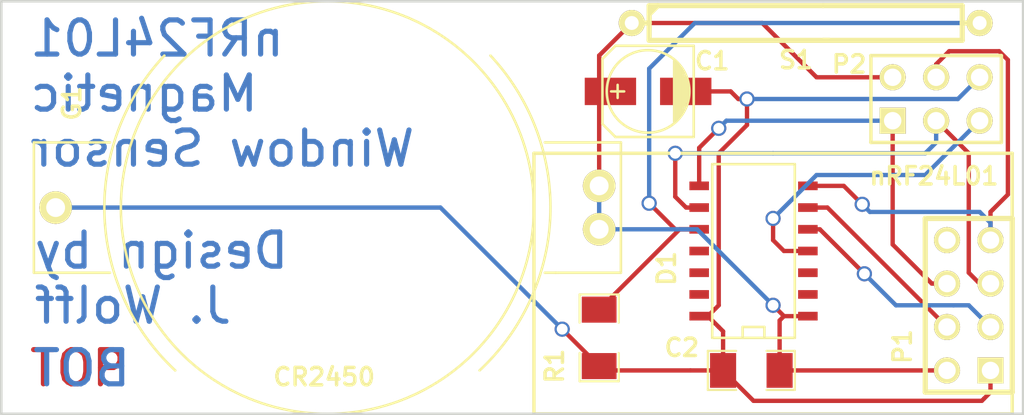
<source format=kicad_pcb>
(kicad_pcb (version 4) (host pcbnew 4.0.2+e4-6225~38~ubuntu16.04.1-stable)

  (general
    (links 24)
    (no_connects 0)
    (area 20.244999 20.244999 80.085001 44.525001)
    (thickness 1.6)
    (drawings 13)
    (tracks 107)
    (zones 0)
    (modules 8)
    (nets 16)
  )

  (page A3)
  (layers
    (0 F.Cu signal)
    (31 B.Cu signal)
    (32 B.Adhes user)
    (33 F.Adhes user)
    (34 B.Paste user)
    (35 F.Paste user)
    (36 B.SilkS user)
    (37 F.SilkS user)
    (38 B.Mask user)
    (39 F.Mask user)
    (40 Dwgs.User user)
    (41 Cmts.User user)
    (42 Eco1.User user)
    (43 Eco2.User user)
    (44 Edge.Cuts user)
  )

  (setup
    (last_trace_width 0.254)
    (trace_clearance 0.254)
    (zone_clearance 0.508)
    (zone_45_only no)
    (trace_min 0.254)
    (segment_width 0.2)
    (edge_width 0.15)
    (via_size 0.889)
    (via_drill 0.635)
    (via_min_size 0.889)
    (via_min_drill 0.508)
    (uvia_size 0.508)
    (uvia_drill 0.127)
    (uvias_allowed no)
    (uvia_min_size 0.508)
    (uvia_min_drill 0.127)
    (pcb_text_width 0.3)
    (pcb_text_size 1 1)
    (mod_edge_width 0.3)
    (mod_text_size 1 1)
    (mod_text_width 0.15)
    (pad_size 1 1)
    (pad_drill 0.6)
    (pad_to_mask_clearance 0)
    (aux_axis_origin 20.32 20.32)
    (visible_elements FFFFFFBF)
    (pcbplotparams
      (layerselection 0x00030_80000001)
      (usegerberextensions true)
      (excludeedgelayer true)
      (linewidth 0.150000)
      (plotframeref false)
      (viasonmask false)
      (mode 1)
      (useauxorigin false)
      (hpglpennumber 1)
      (hpglpenspeed 20)
      (hpglpendiameter 15)
      (hpglpenoverlay 2)
      (psnegative false)
      (psa4output false)
      (plotreference true)
      (plotvalue true)
      (plotinvisibletext false)
      (padsonsilk false)
      (subtractmaskfromsilk false)
      (outputformat 1)
      (mirror false)
      (drillshape 1)
      (scaleselection 1)
      (outputdirectory ""))
  )

  (net 0 "")
  (net 1 +BATT)
  (net 2 GND)
  (net 3 "Net-(D1-Pad5)")
  (net 4 "Net-(D1-Pad6)")
  (net 5 "Net-(D1-Pad9)")
  (net 6 "Net-(D1-Pad8)")
  (net 7 "Net-(D1-Pad7)")
  (net 8 "Net-(P1-Pad8)")
  (net 9 "Net-(D1-Pad4)")
  (net 10 "Net-(D1-Pad10)")
  (net 11 "Net-(D1-Pad2)")
  (net 12 "Net-(D1-Pad3)")
  (net 13 "Net-(D1-Pad11)")
  (net 14 "Net-(D1-Pad12)")
  (net 15 "Net-(D1-Pad13)")

  (net_class Default "Dies ist die voreingestellte Netzklasse."
    (clearance 0.254)
    (trace_width 0.254)
    (via_dia 0.889)
    (via_drill 0.635)
    (uvia_dia 0.508)
    (uvia_drill 0.127)
    (add_net +BATT)
    (add_net GND)
    (add_net "Net-(D1-Pad10)")
    (add_net "Net-(D1-Pad11)")
    (add_net "Net-(D1-Pad12)")
    (add_net "Net-(D1-Pad13)")
    (add_net "Net-(D1-Pad2)")
    (add_net "Net-(D1-Pad3)")
    (add_net "Net-(D1-Pad4)")
    (add_net "Net-(D1-Pad5)")
    (add_net "Net-(D1-Pad6)")
    (add_net "Net-(D1-Pad7)")
    (add_net "Net-(D1-Pad8)")
    (add_net "Net-(D1-Pad9)")
    (add_net "Net-(P1-Pad8)")
  )

  (module pin_array_4x2 (layer F.Cu) (tedit 578E6AF3) (tstamp 578BB9BD)
    (at 76.835 38.1 90)
    (descr "Double rangee de contacts 2 x 4 pins")
    (tags CONN)
    (path /578B6C99)
    (fp_text reference P1 (at -2.413 -3.8735 90) (layer F.SilkS)
      (effects (font (size 1.016 1.016) (thickness 0.2032)))
    )
    (fp_text value 4X2 (at 0.1905 0 90) (layer F.SilkS) hide
      (effects (font (size 1.016 1.016) (thickness 0.2032)))
    )
    (fp_line (start -5.08 -2.54) (end 5.08 -2.54) (layer F.SilkS) (width 0.3048))
    (fp_line (start 5.08 -2.54) (end 5.08 2.54) (layer F.SilkS) (width 0.3048))
    (fp_line (start 5.08 2.54) (end -5.08 2.54) (layer F.SilkS) (width 0.3048))
    (fp_line (start -5.08 2.54) (end -5.08 -2.54) (layer F.SilkS) (width 0.3048))
    (pad 1 thru_hole rect (at -3.81 1.27 90) (size 1.524 1.524) (drill 1.016) (layers *.Cu *.Mask F.SilkS)
      (net 2 GND))
    (pad 2 thru_hole circle (at -3.81 -1.27 90) (size 1.524 1.524) (drill 1.016) (layers *.Cu *.Mask F.SilkS)
      (net 1 +BATT))
    (pad 3 thru_hole circle (at -1.27 1.27 90) (size 1.524 1.524) (drill 1.016) (layers *.Cu *.Mask F.SilkS)
      (net 3 "Net-(D1-Pad5)"))
    (pad 4 thru_hole circle (at -1.27 -1.27 90) (size 1.524 1.524) (drill 1.016) (layers *.Cu *.Mask F.SilkS)
      (net 4 "Net-(D1-Pad6)"))
    (pad 5 thru_hole circle (at 1.27 1.27 90) (size 1.524 1.524) (drill 1.016) (layers *.Cu *.Mask F.SilkS)
      (net 5 "Net-(D1-Pad9)"))
    (pad 6 thru_hole circle (at 1.27 -1.27 90) (size 1.524 1.524) (drill 1.016) (layers *.Cu *.Mask F.SilkS)
      (net 6 "Net-(D1-Pad8)"))
    (pad 7 thru_hole circle (at 3.81 1.27 90) (size 1.524 1.524) (drill 1.016) (layers *.Cu *.Mask F.SilkS)
      (net 7 "Net-(D1-Pad7)"))
    (pad 8 thru_hole circle (at 3.81 -1.27 90) (size 1.524 1.524) (drill 1.016) (layers *.Cu *.Mask F.SilkS)
      (net 8 "Net-(P1-Pad8)"))
    (model pin_array/pins_array_4x2.wrl
      (at (xyz 0 0 0))
      (scale (xyz 1 1 1))
      (rotate (xyz 0 0 0))
    )
  )

  (module pin_array_3x2 (layer F.Cu) (tedit 578E6AF9) (tstamp 578BB9CB)
    (at 74.93 26.035)
    (descr "Double rangee de contacts 2 x 4 pins")
    (tags CONN)
    (path /578B6CB7)
    (fp_text reference P2 (at -5.08 -2.032) (layer F.SilkS)
      (effects (font (size 1.016 1.016) (thickness 0.2032)))
    )
    (fp_text value 3X2 (at 0.1905 0.127) (layer F.SilkS) hide
      (effects (font (size 1.016 1.016) (thickness 0.2032)))
    )
    (fp_line (start 3.81 2.54) (end -3.81 2.54) (layer F.SilkS) (width 0.2032))
    (fp_line (start -3.81 -2.54) (end 3.81 -2.54) (layer F.SilkS) (width 0.2032))
    (fp_line (start 3.81 -2.54) (end 3.81 2.54) (layer F.SilkS) (width 0.2032))
    (fp_line (start -3.81 2.54) (end -3.81 -2.54) (layer F.SilkS) (width 0.2032))
    (pad 1 thru_hole rect (at -2.54 1.27) (size 1.524 1.524) (drill 1.016) (layers *.Cu *.Mask F.SilkS)
      (net 6 "Net-(D1-Pad8)"))
    (pad 2 thru_hole circle (at -2.54 -1.27) (size 1.524 1.524) (drill 1.016) (layers *.Cu *.Mask F.SilkS)
      (net 1 +BATT))
    (pad 3 thru_hole circle (at 0 1.27) (size 1.524 1.524) (drill 1.016) (layers *.Cu *.Mask F.SilkS)
      (net 5 "Net-(D1-Pad9)"))
    (pad 4 thru_hole circle (at 0 -1.27) (size 1.524 1.524) (drill 1.016) (layers *.Cu *.Mask F.SilkS)
      (net 7 "Net-(D1-Pad7)"))
    (pad 5 thru_hole circle (at 2.54 1.27) (size 1.524 1.524) (drill 1.016) (layers *.Cu *.Mask F.SilkS)
      (net 9 "Net-(D1-Pad4)"))
    (pad 6 thru_hole circle (at 2.54 -1.27) (size 1.524 1.524) (drill 1.016) (layers *.Cu *.Mask F.SilkS)
      (net 2 GND))
    (model pin_array/pins_array_3x2.wrl
      (at (xyz 0 0 0))
      (scale (xyz 1 1 1))
      (rotate (xyz 0 0 0))
    )
  )

  (module SMD_Packages:SOIC-14_N (layer F.Cu) (tedit 578FBE60) (tstamp 578D0BAD)
    (at 64.135 34.925 90)
    (descr "Module CMS SOJ 14 pins Large")
    (tags "CMS SOJ")
    (path /578B6C2A)
    (attr smd)
    (fp_text reference D1 (at -1.016 -4.953 90) (layer F.SilkS)
      (effects (font (size 1.016 1.016) (thickness 0.2032)))
    )
    (fp_text value ATTINY84 (at -1.524 5.2705 90) (layer F.Fab)
      (effects (font (size 1 1) (thickness 0.15)))
    )
    (fp_line (start 5.08 -2.286) (end 5.08 2.54) (layer F.SilkS) (width 0.15))
    (fp_line (start 5.08 2.54) (end -5.08 2.54) (layer F.SilkS) (width 0.15))
    (fp_line (start -5.08 2.54) (end -5.08 -2.286) (layer F.SilkS) (width 0.15))
    (fp_line (start -5.08 -2.286) (end 5.08 -2.286) (layer F.SilkS) (width 0.15))
    (fp_line (start -5.08 -0.508) (end -4.445 -0.508) (layer F.SilkS) (width 0.15))
    (fp_line (start -4.445 -0.508) (end -4.445 0.762) (layer F.SilkS) (width 0.15))
    (fp_line (start -4.445 0.762) (end -5.08 0.762) (layer F.SilkS) (width 0.15))
    (pad 1 smd rect (at -3.81 3.302 90) (size 0.508 1.143) (layers F.Cu F.Paste F.Mask)
      (net 1 +BATT))
    (pad 2 smd rect (at -2.54 3.302 90) (size 0.508 1.143) (layers F.Cu F.Paste F.Mask)
      (net 11 "Net-(D1-Pad2)"))
    (pad 3 smd rect (at -1.27 3.302 90) (size 0.508 1.143) (layers F.Cu F.Paste F.Mask)
      (net 12 "Net-(D1-Pad3)"))
    (pad 4 smd rect (at 0 3.302 90) (size 0.508 1.143) (layers F.Cu F.Paste F.Mask)
      (net 9 "Net-(D1-Pad4)"))
    (pad 5 smd rect (at 1.27 3.302 90) (size 0.508 1.143) (layers F.Cu F.Paste F.Mask)
      (net 3 "Net-(D1-Pad5)"))
    (pad 6 smd rect (at 2.54 3.302 90) (size 0.508 1.143) (layers F.Cu F.Paste F.Mask)
      (net 4 "Net-(D1-Pad6)"))
    (pad 7 smd rect (at 3.81 3.302 90) (size 0.508 1.143) (layers F.Cu F.Paste F.Mask)
      (net 7 "Net-(D1-Pad7)"))
    (pad 8 smd rect (at 3.81 -3.048 90) (size 0.508 1.143) (layers F.Cu F.Paste F.Mask)
      (net 6 "Net-(D1-Pad8)"))
    (pad 9 smd rect (at 2.54 -3.048 90) (size 0.508 1.143) (layers F.Cu F.Paste F.Mask)
      (net 5 "Net-(D1-Pad9)"))
    (pad 11 smd rect (at 0 -3.048 90) (size 0.508 1.143) (layers F.Cu F.Paste F.Mask)
      (net 13 "Net-(D1-Pad11)"))
    (pad 12 smd rect (at -1.27 -3.048 90) (size 0.508 1.143) (layers F.Cu F.Paste F.Mask)
      (net 14 "Net-(D1-Pad12)"))
    (pad 13 smd rect (at -2.54 -3.048 90) (size 0.508 1.143) (layers F.Cu F.Paste F.Mask)
      (net 15 "Net-(D1-Pad13)"))
    (pad 14 smd rect (at -3.81 -3.048 90) (size 0.508 1.143) (layers F.Cu F.Paste F.Mask)
      (net 2 GND))
    (pad 10 smd rect (at 1.27 -3.048 90) (size 0.508 1.143) (layers F.Cu F.Paste F.Mask)
      (net 10 "Net-(D1-Pad10)"))
    (model SMD_Packages.3dshapes/SOIC-14_N.wrl
      (at (xyz 0 0 0))
      (scale (xyz 0.5 0.4 0.5))
      (rotate (xyz 0 0 0))
    )
  )

  (module R4 (layer F.Cu) (tedit 578E6B96) (tstamp 578BB9AD)
    (at 67.31 21.59)
    (descr "Resitance 4 pas")
    (tags R)
    (path /578B6D75)
    (autoplace_cost180 10)
    (fp_text reference S1 (at -0.5715 2.159) (layer F.SilkS)
      (effects (font (size 1.016 1.016) (thickness 0.2032)))
    )
    (fp_text value "Reed 13x2.0" (at 0 0) (layer F.SilkS) hide
      (effects (font (size 1.397 1.27) (thickness 0.2032)))
    )
    (fp_line (start -9.144 1.016) (end 1.397 1.016) (layer F.SilkS) (width 0.3))
    (fp_line (start -9.144 -1.016) (end -8.636 -1.016) (layer F.SilkS) (width 0.3))
    (fp_line (start 1.016 -1.016) (end -8.636 -1.016) (layer F.SilkS) (width 0.3))
    (fp_line (start -10.16 0) (end -9.144 0) (layer F.SilkS) (width 0.3))
    (fp_line (start -9.144 0) (end -9.144 -1.016) (layer F.SilkS) (width 0.3))
    (fp_line (start 1.016 -1.016) (end 9.144 -1.016) (layer F.SilkS) (width 0.3))
    (fp_line (start 9.144 -1.016) (end 9.144 1.016) (layer F.SilkS) (width 0.3))
    (fp_line (start 9.144 1.016) (end 1.016 1.016) (layer F.SilkS) (width 0.3))
    (fp_line (start -9.144 1.016) (end -9.144 0) (layer F.SilkS) (width 0.3))
    (fp_line (start -9.144 -0.508) (end -8.636 -1.016) (layer F.SilkS) (width 0.3))
    (fp_line (start 10.16 0) (end 9.144 0) (layer F.SilkS) (width 0.3))
    (pad 1 thru_hole circle (at -10.16 0) (size 1.524 1.524) (drill 0.8128) (layers *.Cu *.Mask F.SilkS)
      (net 1 +BATT))
    (pad 2 thru_hole circle (at 10.16 0) (size 1.524 1.524) (drill 0.8128) (layers *.Cu *.Mask F.SilkS)
      (net 10 "Net-(D1-Pad10)"))
    (model discret/resistor.wrl
      (at (xyz 0 0 0))
      (scale (xyz 0.4 0.4 0.4))
      (rotate (xyz 0 0 0))
    )
  )

  (module SM1206 (layer F.Cu) (tedit 578E6B75) (tstamp 578BB993)
    (at 55.245 40.005 270)
    (path /578B6CCB)
    (attr smd)
    (fp_text reference R1 (at 1.651 2.6035 270) (layer F.SilkS)
      (effects (font (size 1.016 1.016) (thickness 0.2032)))
    )
    (fp_text value 5M1 (at 0 0 270) (layer F.SilkS) hide
      (effects (font (size 0.762 0.762) (thickness 0.127)))
    )
    (fp_line (start -2.54 -1.143) (end -2.54 1.143) (layer F.SilkS) (width 0.127))
    (fp_line (start -2.54 1.143) (end -0.889 1.143) (layer F.SilkS) (width 0.127))
    (fp_line (start 0.889 -1.143) (end 2.54 -1.143) (layer F.SilkS) (width 0.127))
    (fp_line (start 2.54 -1.143) (end 2.54 1.143) (layer F.SilkS) (width 0.127))
    (fp_line (start 2.54 1.143) (end 0.889 1.143) (layer F.SilkS) (width 0.127))
    (fp_line (start -0.889 -1.143) (end -2.54 -1.143) (layer F.SilkS) (width 0.127))
    (pad 1 smd rect (at -1.651 0 270) (size 1.524 2.032) (layers F.Cu F.Paste F.Mask)
      (net 10 "Net-(D1-Pad10)"))
    (pad 2 smd rect (at 1.651 0 270) (size 1.524 2.032) (layers F.Cu F.Paste F.Mask)
      (net 2 GND))
    (model smd/chip_cms.wrl
      (at (xyz 0 0 0))
      (scale (xyz 0.17 0.16 0.16))
      (rotate (xyz 0 0 0))
    )
  )

  (module SM1206 (layer F.Cu) (tedit 578E6CA5) (tstamp 578BB99F)
    (at 64.135 41.91 180)
    (path /578B6DD7)
    (attr smd)
    (fp_text reference C2 (at 4.064 1.3335 180) (layer F.SilkS)
      (effects (font (size 1.016 1.016) (thickness 0.2032)))
    )
    (fp_text value 10n (at 0 0 180) (layer F.SilkS) hide
      (effects (font (size 0.762 0.762) (thickness 0.127)))
    )
    (fp_line (start -2.54 -1.143) (end -2.54 1.143) (layer F.SilkS) (width 0.127))
    (fp_line (start -2.54 1.143) (end -0.889 1.143) (layer F.SilkS) (width 0.127))
    (fp_line (start 0.889 -1.143) (end 2.54 -1.143) (layer F.SilkS) (width 0.127))
    (fp_line (start 2.54 -1.143) (end 2.54 1.143) (layer F.SilkS) (width 0.127))
    (fp_line (start 2.54 1.143) (end 0.889 1.143) (layer F.SilkS) (width 0.127))
    (fp_line (start -0.889 -1.143) (end -2.54 -1.143) (layer F.SilkS) (width 0.127))
    (pad 1 smd rect (at -1.651 0 180) (size 1.524 2.032) (layers F.Cu F.Paste F.Mask)
      (net 1 +BATT))
    (pad 2 smd rect (at 1.651 0 180) (size 1.524 2.032) (layers F.Cu F.Paste F.Mask)
      (net 2 GND))
    (model smd/chip_cms.wrl
      (at (xyz 0 0 0))
      (scale (xyz 0.17 0.16 0.16))
      (rotate (xyz 0 0 0))
    )
  )

  (module battery:KZH_2450N (layer F.Cu) (tedit 578FBE3D) (tstamp 578BB9DD)
    (at 39.37 32.385 180)
    (path /578BB81F)
    (fp_text reference G1 (at 14.9225 6.096 270) (layer F.SilkS)
      (effects (font (size 1.016 1.016) (thickness 0.2032)))
    )
    (fp_text value CR2450 (at 0.1905 -9.906 180) (layer F.SilkS)
      (effects (font (size 1.016 1.016) (thickness 0.2032)))
    )
    (fp_arc (start 0 0) (end 8.89 -9.525) (angle 90) (layer F.SilkS) (width 0.15))
    (fp_arc (start 0 0) (end -9.525 8.89) (angle 90) (layer F.SilkS) (width 0.15))
    (fp_line (start 17.145 -3.81) (end 12.7 -3.81) (layer F.SilkS) (width 0.15))
    (fp_line (start 17.145 -3.81) (end 17.145 3.81) (layer F.SilkS) (width 0.15))
    (fp_line (start 17.145 3.81) (end 12.7 3.81) (layer F.SilkS) (width 0.15))
    (fp_line (start -12.7 -3.81) (end -13.335 -3.81) (layer F.SilkS) (width 0.15))
    (fp_line (start -17.145 -3.81) (end -13.335 -3.81) (layer F.SilkS) (width 0.15))
    (fp_line (start -17.145 -3.81) (end -17.145 3.81) (layer F.SilkS) (width 0.15))
    (fp_line (start -17.145 3.81) (end -12.7 3.81) (layer F.SilkS) (width 0.15))
    (fp_circle (center 0 0) (end -12.065 0) (layer F.SilkS) (width 0.15))
    (pad 1 thru_hole circle (at -15.875 -1.27 180) (size 1.905 1.905) (drill 1.1) (layers *.Cu *.Mask F.SilkS)
      (net 1 +BATT))
    (pad 2 thru_hole circle (at 15.875 0 180) (size 1.905 1.905) (drill 1.1) (layers *.Cu *.Mask F.SilkS)
      (net 2 GND))
    (pad 1 thru_hole circle (at -15.875 1.27 180) (size 1.905 1.905) (drill 1.1) (layers *.Cu *.Mask F.SilkS)
      (net 1 +BATT))
  )

  (module Capacitors_SMD:c_elec_5x4.5 (layer F.Cu) (tedit 578FBC25) (tstamp 578FBA26)
    (at 58.1025 25.5905 180)
    (descr "SMT capacitor, aluminium electrolytic, 5x4.5")
    (path /578B6DC8)
    (attr smd)
    (fp_text reference C1 (at -3.7465 1.778 180) (layer F.SilkS)
      (effects (font (size 1.016 1.016) (thickness 0.2032)))
    )
    (fp_text value 22 (at 0.0635 0.0635 180) (layer F.Fab) hide
      (effects (font (size 1 1) (thickness 0.15)))
    )
    (fp_line (start -3.95 -3) (end 3.95 -3) (layer F.CrtYd) (width 0.05))
    (fp_line (start 3.95 -3) (end 3.95 3) (layer F.CrtYd) (width 0.05))
    (fp_line (start 3.95 3) (end -3.95 3) (layer F.CrtYd) (width 0.05))
    (fp_line (start -3.95 3) (end -3.95 -3) (layer F.CrtYd) (width 0.05))
    (fp_line (start -2.286 -0.635) (end -2.286 0.762) (layer F.SilkS) (width 0.15))
    (fp_line (start -2.159 -0.889) (end -2.159 0.889) (layer F.SilkS) (width 0.15))
    (fp_line (start -2.032 -1.27) (end -2.032 1.27) (layer F.SilkS) (width 0.15))
    (fp_line (start -1.905 1.397) (end -1.905 -1.397) (layer F.SilkS) (width 0.15))
    (fp_line (start -1.778 -1.524) (end -1.778 1.524) (layer F.SilkS) (width 0.15))
    (fp_line (start -1.651 1.651) (end -1.651 -1.651) (layer F.SilkS) (width 0.15))
    (fp_line (start -1.524 -1.778) (end -1.524 1.778) (layer F.SilkS) (width 0.15))
    (fp_line (start -2.667 -2.667) (end 1.905 -2.667) (layer F.SilkS) (width 0.15))
    (fp_line (start 1.905 -2.667) (end 2.667 -1.905) (layer F.SilkS) (width 0.15))
    (fp_line (start 2.667 -1.905) (end 2.667 1.905) (layer F.SilkS) (width 0.15))
    (fp_line (start 2.667 1.905) (end 1.905 2.667) (layer F.SilkS) (width 0.15))
    (fp_line (start 1.905 2.667) (end -2.667 2.667) (layer F.SilkS) (width 0.15))
    (fp_line (start -2.667 2.667) (end -2.667 -2.667) (layer F.SilkS) (width 0.15))
    (fp_line (start 2.159 0) (end 1.397 0) (layer F.SilkS) (width 0.15))
    (fp_line (start 1.778 -0.381) (end 1.778 0.381) (layer F.SilkS) (width 0.15))
    (fp_circle (center 0 0) (end -2.413 0) (layer F.SilkS) (width 0.15))
    (pad 1 smd rect (at 2.19964 0 180) (size 2.99974 1.6002) (layers F.Cu F.Paste F.Mask)
      (net 1 +BATT))
    (pad 2 smd rect (at -2.19964 0 180) (size 2.99974 1.6002) (layers F.Cu F.Paste F.Mask)
      (net 2 GND))
    (model Capacitors_SMD.3dshapes/c_elec_5x4.5.wrl
      (at (xyz 0 0 0))
      (scale (xyz 1 1 1))
      (rotate (xyz 0 0 0))
    )
  )

  (gr_text nRF24L01 (at 74.803 30.5435) (layer F.SilkS)
    (effects (font (size 1.016 1.016) (thickness 0.2032)))
  )
  (gr_text "Design by\nJ. Wolff" (at 22.098 36.5125) (layer B.Cu)
    (effects (font (size 2 2) (thickness 0.3)) (justify right mirror))
  )
  (gr_text "nRF24L01\nMagnetic\nWindow Sensor" (at 21.844 25.7175) (layer B.Cu)
    (effects (font (size 2 2) (thickness 0.3)) (justify right mirror))
  )
  (gr_text BOT (at 25.019 41.783) (layer B.Cu)
    (effects (font (size 2 2) (thickness 0.3)) (justify mirror))
  )
  (gr_text TOP (at 24.8285 41.783) (layer F.Cu)
    (effects (font (size 2 2) (thickness 0.3)))
  )
  (gr_line (start 51.435 29.21) (end 51.435 44.45) (angle 90) (layer F.SilkS) (width 0.2))
  (gr_line (start 79.375 29.21) (end 51.435 29.21) (angle 90) (layer F.SilkS) (width 0.2))
  (gr_line (start 79.375 44.45) (end 79.375 29.21) (angle 90) (layer F.SilkS) (width 0.2))
  (gr_line (start 51.435 44.45) (end 79.375 44.45) (angle 90) (layer F.SilkS) (width 0.2))
  (gr_line (start 20.32 44.45) (end 20.32 20.32) (angle 90) (layer Edge.Cuts) (width 0.15))
  (gr_line (start 80.01 44.45) (end 20.32 44.45) (angle 90) (layer Edge.Cuts) (width 0.15))
  (gr_line (start 80.01 20.32) (end 80.01 44.45) (angle 90) (layer Edge.Cuts) (width 0.15))
  (gr_line (start 20.32 20.32) (end 80.01 20.32) (angle 90) (layer Edge.Cuts) (width 0.15))

  (segment (start 55.245 23.495) (end 55.245 24.93264) (width 0.254) (layer F.Cu) (net 1))
  (segment (start 55.245 24.93264) (end 55.90286 25.5905) (width 0.254) (layer F.Cu) (net 1) (tstamp 578FBB61))
  (segment (start 65.786 41.91) (end 75.565 41.91) (width 0.254) (layer F.Cu) (net 1))
  (segment (start 55.245 31.115) (end 55.245 23.495) (width 0.254) (layer F.Cu) (net 1))
  (segment (start 55.245 23.495) (end 57.15 21.59) (width 0.254) (layer F.Cu) (net 1) (tstamp 578FB744))
  (segment (start 72.39 24.765) (end 67.945 24.765) (width 0.254) (layer F.Cu) (net 1))
  (segment (start 67.945 24.765) (end 64.77 21.59) (width 0.254) (layer F.Cu) (net 1) (tstamp 578FB723))
  (segment (start 64.77 21.59) (end 57.15 21.59) (width 0.254) (layer F.Cu) (net 1) (tstamp 578FB727))
  (segment (start 67.437 38.735) (end 66.04 38.735) (width 0.254) (layer F.Cu) (net 1))
  (segment (start 66.04 38.735) (end 65.405 38.1) (width 0.254) (layer F.Cu) (net 1) (tstamp 578FB527))
  (via (at 65.405 38.1) (size 0.889) (drill 0.635) (layers F.Cu B.Cu) (net 1))
  (segment (start 65.405 38.1) (end 60.96 33.655) (width 0.254) (layer B.Cu) (net 1) (tstamp 578FB539))
  (segment (start 60.96 33.655) (end 55.245 33.655) (width 0.254) (layer B.Cu) (net 1) (tstamp 578FB53A))
  (segment (start 65.786 41.91) (end 65.786 38.989) (width 0.254) (layer F.Cu) (net 1))
  (segment (start 65.786 38.989) (end 66.04 38.735) (width 0.254) (layer F.Cu) (net 1) (tstamp 578FB522))
  (segment (start 55.245 31.115) (end 55.245 33.655) (width 0.254) (layer B.Cu) (net 1))
  (segment (start 60.30214 25.5905) (end 62.9285 25.5905) (width 0.254) (layer F.Cu) (net 2))
  (segment (start 63.373 26.035) (end 62.9285 25.5905) (width 0.254) (layer F.Cu) (net 2) (tstamp 578FBB86))
  (segment (start 63.373 26.035) (end 63.881 26.035) (width 0.254) (layer F.Cu) (net 2))
  (segment (start 77.724 43.561) (end 77.597 43.688) (width 0.254) (layer F.Cu) (net 2))
  (segment (start 78.105 43.18) (end 77.724 43.561) (width 0.254) (layer F.Cu) (net 2) (tstamp 578FB8F9))
  (segment (start 78.105 41.91) (end 78.105 43.18) (width 0.254) (layer F.Cu) (net 2))
  (segment (start 64.262 43.688) (end 62.484 41.91) (width 0.254) (layer F.Cu) (net 2) (tstamp 578FB909))
  (segment (start 77.597 43.688) (end 64.262 43.688) (width 0.254) (layer F.Cu) (net 2) (tstamp 578FB900))
  (segment (start 60.579 41.91) (end 55.499 41.91) (width 0.254) (layer F.Cu) (net 2))
  (segment (start 55.499 41.91) (end 55.245 41.656) (width 0.254) (layer F.Cu) (net 2) (tstamp 578FB812))
  (segment (start 62.23 38.1) (end 62.23 29.21) (width 0.254) (layer F.Cu) (net 2))
  (segment (start 61.595 38.735) (end 62.23 38.1) (width 0.254) (layer F.Cu) (net 2) (tstamp 578FB5A4))
  (segment (start 63.881 27.559) (end 63.881 26.035) (width 0.254) (layer F.Cu) (net 2) (tstamp 578FB5B3))
  (segment (start 62.23 29.21) (end 63.881 27.559) (width 0.254) (layer F.Cu) (net 2) (tstamp 578FB5AC))
  (segment (start 61.087 38.735) (end 61.595 38.735) (width 0.254) (layer F.Cu) (net 2))
  (segment (start 62.484 41.91) (end 62.484 39.624) (width 0.254) (layer F.Cu) (net 2))
  (segment (start 62.484 39.624) (end 62.23 39.37) (width 0.254) (layer F.Cu) (net 2) (tstamp 578FB596))
  (segment (start 62.23 39.37) (end 61.595 38.735) (width 0.254) (layer F.Cu) (net 2) (tstamp 578FB591))
  (segment (start 55.245 41.656) (end 53.086 39.497) (width 0.254) (layer F.Cu) (net 2) (status 80000))
  (via (at 53.086 39.497) (size 0.889) (layers F.Cu B.Cu) (net 2) (status 80000))
  (segment (start 53.086 39.497) (end 45.974 32.385) (width 0.254) (layer B.Cu) (net 2) (status 80000))
  (segment (start 45.974 32.385) (end 23.495 32.385) (width 0.254) (layer B.Cu) (net 2) (status 80000))
  (segment (start 77.47 24.765) (end 76.2 26.035) (width 0.254) (layer B.Cu) (net 2) (status 80000))
  (via (at 63.881 26.035) (size 0.889) (layers F.Cu B.Cu) (net 2) (status 80000))
  (segment (start 76.2 26.035) (end 63.881 26.035) (width 0.254) (layer B.Cu) (net 2) (status 80000))
  (segment (start 62.484 41.91) (end 60.579 41.91) (width 0.254) (layer F.Cu) (net 2) (status 80000))
  (segment (start 55.499 41.91) (end 55.245 41.656) (width 0.254) (layer F.Cu) (net 2) (status 80000))
  (segment (start 78.105 39.37) (end 76.835 38.1) (width 0.254) (layer B.Cu) (net 3))
  (segment (start 68.1355 33.655) (end 70.739 36.2585) (width 0.254) (layer F.Cu) (net 3) (tstamp 578E6142))
  (via (at 70.739 36.2585) (size 0.889) (drill 0.635) (layers F.Cu B.Cu) (net 3))
  (segment (start 70.739 36.2585) (end 72.5805 38.1) (width 0.254) (layer B.Cu) (net 3) (tstamp 578E6152))
  (segment (start 72.5805 38.1) (end 75.946 38.1) (width 0.254) (layer B.Cu) (net 3) (tstamp 578E6153))
  (segment (start 68.1355 33.655) (end 67.437 33.655) (width 0.254) (layer F.Cu) (net 3))
  (segment (start 76.835 38.1) (end 75.946 38.1) (width 0.254) (layer B.Cu) (net 3) (tstamp 578E618E))
  (segment (start 67.437 32.385) (end 68.58 32.385) (width 0.254) (layer F.Cu) (net 4))
  (segment (start 68.58 32.385) (end 75.565 39.37) (width 0.254) (layer F.Cu) (net 4) (tstamp 578FB779))
  (segment (start 67.437 32.385) (end 67.818 32.385) (width 0.254) (layer F.Cu) (net 4) (status 80000))
  (segment (start 74.93 27.305) (end 76.835 29.21) (width 0.254) (layer F.Cu) (net 5))
  (segment (start 76.835 36.195) (end 77.47 36.83) (width 0.254) (layer F.Cu) (net 5) (tstamp 578FB796))
  (segment (start 76.835 29.21) (end 76.835 36.195) (width 0.254) (layer F.Cu) (net 5))
  (segment (start 78.105 36.83) (end 77.47 36.83) (width 0.254) (layer F.Cu) (net 5))
  (segment (start 61.087 32.385) (end 60.325 32.385) (width 0.254) (layer F.Cu) (net 5))
  (segment (start 59.69 31.75) (end 60.325 32.385) (width 0.254) (layer F.Cu) (net 5) (tstamp 578FB6E4))
  (segment (start 59.69 29.21) (end 65.405 29.21) (width 0.254) (layer B.Cu) (net 5))
  (segment (start 74.93 28.575) (end 74.93 27.305) (width 0.254) (layer B.Cu) (net 5))
  (segment (start 74.93 28.575) (end 74.295 29.21) (width 0.254) (layer B.Cu) (net 5) (tstamp 578FB666))
  (segment (start 65.405 29.21) (end 74.295 29.21) (width 0.254) (layer B.Cu) (net 5))
  (via (at 59.69 29.21) (size 0.889) (drill 0.635) (layers F.Cu B.Cu) (net 5))
  (segment (start 59.69 29.21) (end 59.69 31.75) (width 0.254) (layer F.Cu) (net 5))
  (segment (start 78.105 36.83) (end 77.978 36.83) (width 0.254) (layer F.Cu) (net 5))
  (segment (start 61.087 31.115) (end 61.087 28.8925) (width 0.254) (layer F.Cu) (net 6) (status 400000))
  (segment (start 62.6745 27.305) (end 72.39 27.305) (width 0.254) (layer B.Cu) (net 6) (tstamp 578FBCF5) (status 800000))
  (segment (start 62.23 27.7495) (end 62.6745 27.305) (width 0.254) (layer B.Cu) (net 6) (tstamp 578FBCF4))
  (via (at 62.23 27.7495) (size 0.889) (drill 0.635) (layers F.Cu B.Cu) (net 6))
  (segment (start 61.087 28.8925) (end 62.23 27.7495) (width 0.254) (layer F.Cu) (net 6) (tstamp 578FBCEE))
  (segment (start 72.39 27.305) (end 72.39 34.544) (width 0.254) (layer F.Cu) (net 6))
  (segment (start 74.676 36.83) (end 75.565 36.83) (width 0.254) (layer F.Cu) (net 6) (tstamp 578E5FD1))
  (segment (start 72.39 34.544) (end 74.676 36.83) (width 0.254) (layer F.Cu) (net 6) (tstamp 578E5FC7))
  (segment (start 77.47 32.639) (end 76.581 32.639) (width 0.254) (layer B.Cu) (net 7))
  (segment (start 70.612 32.1945) (end 71.0565 32.639) (width 0.254) (layer B.Cu) (net 7) (tstamp 578E62D5))
  (segment (start 71.0565 32.639) (end 76.581 32.639) (width 0.254) (layer B.Cu) (net 7) (tstamp 578E62D6))
  (segment (start 67.437 31.115) (end 69.5325 31.115) (width 0.254) (layer F.Cu) (net 7))
  (segment (start 69.5325 31.115) (end 70.612 32.1945) (width 0.254) (layer F.Cu) (net 7) (tstamp 578E62BF))
  (via (at 70.612 32.1945) (size 0.889) (drill 0.635) (layers F.Cu B.Cu) (net 7))
  (segment (start 78.105 33.274) (end 77.47 32.639) (width 0.254) (layer B.Cu) (net 7) (tstamp 578E62F5))
  (segment (start 78.105 33.274) (end 78.105 34.29) (width 0.254) (layer B.Cu) (net 7))
  (segment (start 78.105 34.29) (end 78.105 32.639) (width 0.254) (layer F.Cu) (net 7))
  (segment (start 78.105 32.639) (end 78.232 32.512) (width 0.254) (layer F.Cu) (net 7) (tstamp 578E602D))
  (segment (start 79.121 23.749) (end 79.121 31.623) (width 0.254) (layer F.Cu) (net 7))
  (segment (start 78.613 23.241) (end 79.121 23.749) (width 0.254) (layer F.Cu) (net 7) (tstamp 578E5FEA))
  (segment (start 75.692 23.241) (end 78.613 23.241) (width 0.254) (layer F.Cu) (net 7) (tstamp 578E5FE8))
  (segment (start 75.692 23.241) (end 74.93 24.003) (width 0.254) (layer F.Cu) (net 7) (tstamp 578E5FE4))
  (segment (start 79.121 31.623) (end 78.232 32.512) (width 0.254) (layer F.Cu) (net 7) (tstamp 578E5FF4))
  (segment (start 74.93 24.765) (end 74.93 24.003) (width 0.254) (layer F.Cu) (net 7))
  (segment (start 67.437 31.115) (end 67.945 31.115) (width 0.254) (layer F.Cu) (net 7) (status 80000))
  (segment (start 69.85 30.48) (end 74.295 30.48) (width 0.254) (layer B.Cu) (net 9))
  (segment (start 66.04 34.925) (end 65.405 34.29) (width 0.254) (layer F.Cu) (net 9) (tstamp 578FB5EC))
  (segment (start 65.405 34.29) (end 65.405 33.02) (width 0.254) (layer F.Cu) (net 9) (tstamp 578FB5EF))
  (via (at 65.405 33.02) (size 0.889) (drill 0.635) (layers F.Cu B.Cu) (net 9))
  (segment (start 65.405 33.02) (end 67.945 30.48) (width 0.254) (layer B.Cu) (net 9) (tstamp 578FB5F3))
  (segment (start 67.945 30.48) (end 69.85 30.48) (width 0.254) (layer B.Cu) (net 9) (tstamp 578FB5F4))
  (segment (start 67.437 34.925) (end 66.04 34.925) (width 0.254) (layer F.Cu) (net 9))
  (segment (start 74.295 30.48) (end 77.47 27.305) (width 0.254) (layer B.Cu) (net 9) (tstamp 578FB5FB))
  (segment (start 77.47 21.59) (end 60.833 21.59) (width 0.254) (layer B.Cu) (net 10))
  (segment (start 59.69 33.655) (end 61.087 33.655) (width 0.254) (layer F.Cu) (net 10) (tstamp 578E5E59))
  (segment (start 58.166 32.131) (end 59.69 33.655) (width 0.254) (layer F.Cu) (net 10) (tstamp 578E5E58))
  (via (at 58.166 32.131) (size 0.889) (drill 0.635) (layers F.Cu B.Cu) (net 10))
  (segment (start 58.166 24.257) (end 58.166 32.131) (width 0.254) (layer B.Cu) (net 10) (tstamp 578E5E54))
  (segment (start 60.833 21.59) (end 58.166 24.257) (width 0.254) (layer B.Cu) (net 10) (tstamp 578E5E52))
  (segment (start 61.087 33.655) (end 59.944 33.655) (width 0.254) (layer F.Cu) (net 10) (status 80000))
  (segment (start 59.944 33.655) (end 55.245 38.354) (width 0.254) (layer F.Cu) (net 10) (status 80000))

)

</source>
